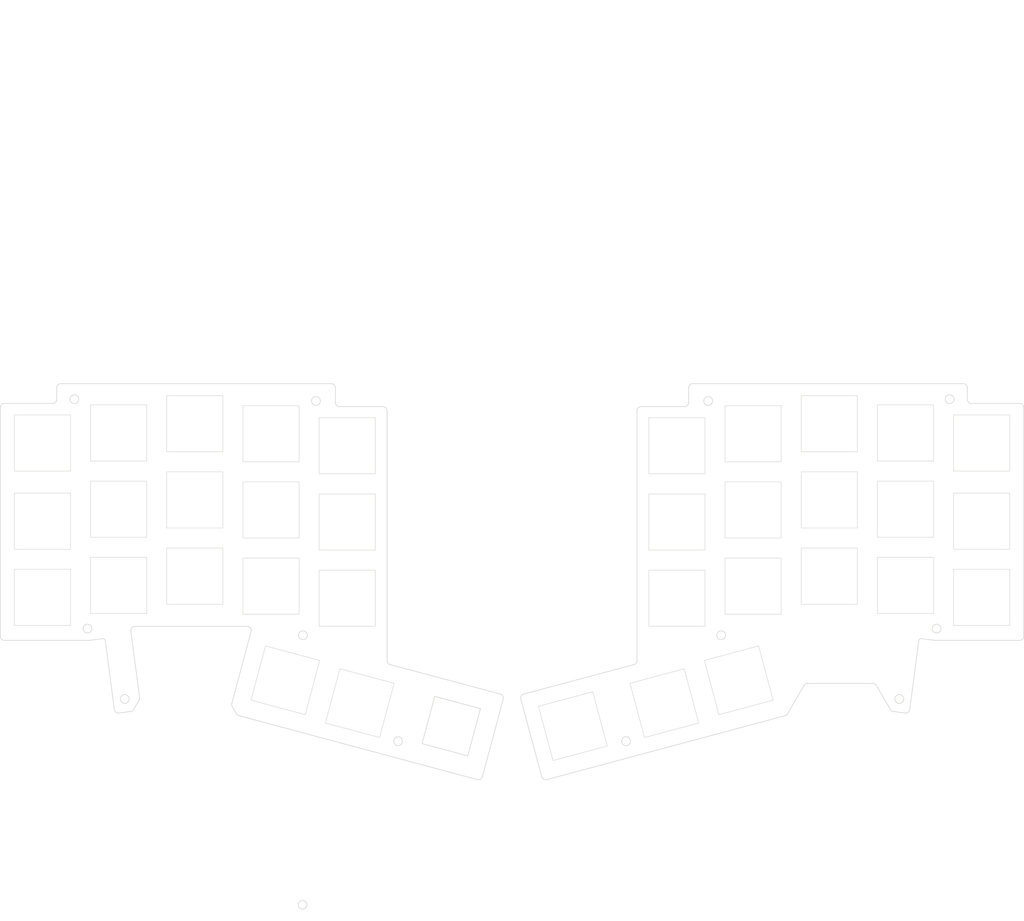
<source format=kicad_pcb>
(kicad_pcb (version 20221018) (generator pcbnew)
  (layers (0 "F.Cu" signal) (31 "B.Cu" signal) (34 "B.Paste" user) (35 "F.Paste" user) (36 "B.SilkS" user "B.Silkscreen") (37 "F.SilkS" user "F.Silkscreen") (38 "B.Mask" user) (39 "F.Mask" user) (44 "Edge.Cuts" user))
  (net 0 "")
  (footprint "jw_custom_footprint:MountingHole_2.2mm_M2_cutout" (layer "F.Cu") (at 117.83548 144.733588)
    (fp_text reference "TH5" hide)
    (fp_text value "HOLE")
    (fp_circle (center 0 0) (end 1.1 0) (stroke (width 0.15)) (fill none) (layer "Edge.Cuts"))
  )
  (footprint "jw_custom_footprint:MountingHole_2.2mm_M2_cutout" (layer "F.Cu") (at 94.08648 118.317588)
    (fp_text reference "TH4" hide)
    (fp_text value "HOLE")
    (fp_circle (center 0 0) (end 1.1 0) (stroke (width 0.15)) (fill none) (layer "Edge.Cuts"))
  )
  (footprint "jw_custom_footprint:CherryMX_Hotswap_cutout_switch_plate" (layer "F.Cu") (at 108.264383 135.253389 -15)
    (fp_text reference "SW17" hide)
    (fp_text value "SW17")
    (fp_rect (start -7 -7) (end 7 7) (stroke (width 0.12)) (fill none) (layer "Edge.Cuts"))
  )
  (footprint "jw_custom_footprint:CherryMX_Hotswap_cutout_switch_plate" (layer "F.Cu") (at 86.13628 68.075628)
    (fp_text reference "SW4" hide)
    (fp_text value "SW4" hide)
    (fp_rect (start -7 -7) (end 7 7) (stroke (width 0.12)) (fill none) (layer "Edge.Cuts"))
  )
  (footprint "jw_custom_footprint:CherryMX_Hotswap_cutout_switch_plate" (layer "F.Cu") (at 86.13628 87.075588)
    (fp_text reference "SW9" hide)
    (fp_text value "SW9" hide)
    (fp_rect (start -7 -7) (end 7 7) (stroke (width 0.12)) (fill none) (layer "Edge.Cuts"))
  )
  (footprint "jw_custom_footprint:CherryMX_Hotswap_cutout_switch_plate" (layer "F.Cu") (at 89.710758 129.556528 -15)
    (fp_text reference "SW16" hide)
    (fp_text value "SW16")
    (fp_rect (start -7 -7) (end 7 7) (stroke (width 0.12)) (fill none) (layer "Edge.Cuts"))
  )
  (footprint "jw_custom_footprint:CherryMX_Hotswap_cutout_switch_plate" (layer "F.Cu") (at 86.13628 106.075988)
    (fp_text reference "SW14" hide)
    (fp_text value "SW14")
    (fp_rect (start -7 -7) (end 7 7) (stroke (width 0.12)) (fill none) (layer "Edge.Cuts"))
  )
  (footprint "jw_custom_footprint:CherryMX_Hotswap_cutout_switch_plate" (layer "F.Cu") (at 29.13648 70.375788)
    (fp_text reference "SW1" hide)
    (fp_text value "SW1")
    (fp_rect (start -7 -7) (end 7 7) (stroke (width 0.12)) (fill none) (layer "Edge.Cuts"))
  )
  (footprint "jw_custom_footprint:CherryMX_Hotswap_cutout_switch_plate" (layer "F.Cu") (at 105.135978 90.075988)
    (fp_text reference "SW10" hide)
    (fp_text value "SW10" hide)
    (fp_rect (start -7 -7) (end 7 7) (stroke (width 0.12)) (fill none) (layer "Edge.Cuts"))
  )
  (footprint "jw_custom_footprint:CherryMX_Hotswap_cutout_switch_plate" (layer "F.Cu") (at 105.135978 71.076188)
    (fp_text reference "SW5" hide)
    (fp_text value "SW5" hide)
    (fp_rect (start -7 -7) (end 7 7) (stroke (width 0.12)) (fill none) (layer "Edge.Cuts"))
  )
  (footprint "jw_custom_footprint:CherryMX_Hotswap_cutout_switch_plate" (layer "F.Cu") (at 29.13648 108.875588)
    (fp_text reference "SW11" hide)
    (fp_text value "SW11")
    (fp_rect (start -7 -7) (end 7 7) (stroke (width 0.12)) (fill none) (layer "Edge.Cuts"))
  )
  (footprint "jw_custom_footprint:MountingHole_2.2mm_M2_cutout" (layer "F.Cu") (at 40.36548 116.666588)
    (fp_text reference "TH3" hide)
    (fp_text value "HOLE")
    (fp_circle (center 0 0) (end 1.1 0) (stroke (width 0.15)) (fill none) (layer "Edge.Cuts"))
  )
  (footprint "jw_custom_footprint:CherryMX_Hotswap_cutout_switch_plate" (layer "F.Cu") (at 48.13668 105.875388)
    (fp_text reference "SW12" hide)
    (fp_text value "SW12")
    (fp_rect (start -7 -7) (end 7 7) (stroke (width 0.12)) (fill none) (layer "Edge.Cuts"))
  )
  (footprint "jw_custom_footprint:CherryMX_Hotswap_cutout_switch_plate" (layer "F.Cu") (at 48.13668 67.876188)
    (fp_text reference "SW2" hide)
    (fp_text value "SW2" hide)
    (fp_rect (start -7 -7) (end 7 7) (stroke (width 0.12)) (fill none) (layer "Edge.Cuts"))
  )
  (footprint "jw_custom_footprint:MountingHole_2.2mm_M2_cutout" (layer "F.Cu") (at 97.337507 59.887544)
    (fp_text reference "TH1" hide)
    (fp_text value "HOLE")
    (fp_circle (center 0 0) (end 1.1 0) (stroke (width 0.15)) (fill none) (layer "Edge.Cuts"))
  )
  (footprint "jw_custom_footprint:CherryMX_Hotswap_cutout_switch_plate" (layer "F.Cu") (at 29.13648 89.875188)
    (fp_text reference "SW6" hide)
    (fp_text value "SW6")
    (fp_rect (start -7 -7) (end 7 7) (stroke (width 0.12)) (fill none) (layer "Edge.Cuts"))
  )
  (footprint "jw_custom_footprint:CherryMX_Hotswap_cutout_switch_plate" (layer "F.Cu") (at 67.13608 65.575428)
    (fp_text reference "SW3" hide)
    (fp_text value "SW3" hide)
    (fp_rect (start -7 -7) (end 7 7) (stroke (width 0.12)) (fill none) (layer "Edge.Cuts"))
  )
  (footprint "jw_custom_footprint:MountingHole_2.2mm_M2_cutout" (layer "F.Cu") (at 94.022723 185.529064)
    (fp_text reference "TH6" hide)
    (fp_text value "HOLE")
    (fp_circle (center 0 0) (end 1.1 0) (stroke (width 0.15)) (fill none) (layer "Edge.Cuts"))
  )
  (footprint "jw_custom_footprint:MountingHole_2.2mm_M2_cutout" (layer "F.Cu") (at 37.08888 59.440388)
    (fp_text reference "TH2" hide)
    (fp_text value "HOLE")
    (fp_circle (center 0 0) (end 1.1 0) (stroke (width 0.15)) (fill none) (layer "Edge.Cuts"))
  )
  (footprint "jw_custom_footprint:MountingHole_2.2mm_M2_cutout" (layer "F.Cu") (at 49.66188 134.217988)
    (fp_text reference "TH6" hide)
    (fp_text value "HOLE")
    (fp_circle (center 0 0) (end 1.1 0) (stroke (width 0.15)) (fill none) (layer "Edge.Cuts"))
  )
  (footprint "jw_custom_footprint:CherryMX_Hotswap_cutout_switch_plate" (layer "F.Cu") (at 105.135978 109.075988)
    (fp_text reference "SW15" hide)
    (fp_text value "SW15")
    (fp_rect (start -7 -7) (end 7 7) (stroke (width 0.12)) (fill none) (layer "Edge.Cuts"))
  )
  (footprint "jw_custom_footprint:CherryMX_Hotswap_cutout_switch_plate" (layer "F.Cu") (at 67.13608 103.575588)
    (fp_text reference "SW13" hide)
    (fp_text value "SW13")
    (fp_rect (start -7 -7) (end 7 7) (stroke (width 0.12)) (fill none) (layer "Edge.Cuts"))
  )
  (footprint "jw_custom_footprint:RotaryEncoder_Alps_EC11E-Switch_Vertical_H20mm_cutout_switch_plate" (layer "F.Cu") (at 131.083157 140.983516 165)
    (fp_text reference "EC1" hide)
    (fp_text value "Rotary_Encoder_Switch")
    (fp_rect (start -5.9 -6.1) (end 5.9 6.1) (stroke (width 0.15)) (fill none) (layer "Edge.Cuts"))
  )
  (footprint "jw_custom_footprint:CherryMX_Hotswap_cutout_switch_plate" (layer "F.Cu") (at 67.13608 84.575388)
    (fp_text reference "SW8" hide)
    (fp_text value "SW8" hide)
    (fp_rect (start -7 -7) (end 7 7) (stroke (width 0.12)) (fill none) (layer "Edge.Cuts"))
  )
  (footprint "jw_custom_footprint:CherryMX_Hotswap_cutout_switch_plate" (layer "F.Cu") (at 48.13668 86.875788)
    (fp_text reference "SW7" hide)
    (fp_text value "SW7" hide)
    (fp_rect (start -7 -7) (end 7 7) (stroke (width 0.12)) (fill none) (layer "Edge.Cuts"))
  )
  (footprint "jw_custom_footprint:CherryMX_Hotswap_cutout_switch_plate" (layer "B.Cu") (at 263.354952 89.875188 180)
    (fp_text reference "SW6" hide)
    (fp_text value "SW6")
    (fp_rect (start -7 7) (end 7 -7) (stroke (width 0.12)) (fill none) (layer "Edge.Cuts"))
  )
  (footprint "jw_custom_footprint:MountingHole_2.2mm_M2_cutout" (layer "B.Cu") (at 255.402552 59.440388 180)
    (fp_text reference "TH2" hide)
    (fp_text value "HOLE")
    (fp_circle (center 0 0) (end 1.1 0) (stroke (width 0.15)) (fill none) (layer "Edge.Cuts"))
  )
  (footprint "jw_custom_footprint:CherryMX_Hotswap_cutout_switch_plate" (layer "B.Cu") (at 244.354752 67.876188 180)
    (fp_text reference "SW2" hide)
    (fp_text value "SW2" hide)
    (fp_rect (start -7 7) (end 7 -7) (stroke (width 0.12)) (fill none) (layer "Edge.Cuts"))
  )
  (footprint "jw_custom_footprint:CherryMX_Hotswap_cutout_switch_plate" (layer "B.Cu") (at 187.355454 90.075988 180)
    (fp_text reference "SW10" hide)
    (fp_text value "SW10" hide)
    (fp_rect (start -7 7) (end 7 -7) (stroke (width 0.12)) (fill none) (layer "Edge.Cuts"))
  )
  (footprint "jw_custom_footprint:MountingHole_2.2mm_M2_cutout" (layer "B.Cu") (at 174.655952 144.733588 180)
    (fp_text reference "TH5" hide)
    (fp_text value "HOLE")
    (fp_circle (center 0 0) (end 1.1 0) (stroke (width 0.15)) (fill none) (layer "Edge.Cuts"))
  )
  (footprint "jw_custom_footprint:CherryMX_Hotswap_cutout_switch_plate" (layer "B.Cu") (at 187.355454 109.075988 180)
    (fp_text reference "SW15" hide)
    (fp_text value "SW15")
    (fp_rect (start -7 7) (end 7 -7) (stroke (width 0.12)) (fill none) (layer "Edge.Cuts"))
  )
  (footprint "jw_custom_footprint:MountingHole_2.2mm_M2_cutout" (layer "B.Cu") (at 242.829552 134.217988 180)
    (fp_text reference "TH6" hide)
    (fp_text value "HOLE")
    (fp_circle (center 0 0) (end 1.1 0) (stroke (width 0.15)) (fill none) (layer "Edge.Cuts"))
  )
  (footprint "jw_custom_footprint:CherryMX_Hotswap_cutout_switch_plate" (layer "B.Cu") (at 206.355152 106.075988 180)
    (fp_text reference "SW14" hide)
    (fp_text value "SW14")
    (fp_rect (start -7 7) (end 7 -7) (stroke (width 0.12)) (fill none) (layer "Edge.Cuts"))
  )
  (footprint "jw_custom_footprint:CherryMX_Hotswap_cutout_switch_plate" (layer "B.Cu") (at 225.355352 103.575588 180)
    (fp_text reference "SW13" hide)
    (fp_text value "SW13")
    (fp_rect (start -7 7) (end 7 -7) (stroke (width 0.12)) (fill none) (layer "Edge.Cuts"))
  )
  (footprint "jw_custom_footprint:CherryMX_Hotswap_cutout_switch_plate" (layer "B.Cu") (at 244.354752 86.875788 180)
    (fp_text reference "SW7" hide)
    (fp_text value "SW7" hide)
    (fp_rect (start -7 7) (end 7 -7) (stroke (width 0.12)) (fill none) (layer "Edge.Cuts"))
  )
  (footprint "jw_custom_footprint:CherryMX_Hotswap_cutout_switch_plate" (layer "B.Cu") (at 161.408275 140.983516 -165)
    (fp_text reference "SW18" hide)
    (fp_text value "SW18")
    (fp_rect (start -7 7) (end 7 -7) (stroke (width 0.12)) (fill none) (layer "Edge.Cuts"))
  )
  (footprint "jw_custom_footprint:CherryMX_Hotswap_cutout_switch_plate" (layer "B.Cu") (at 184.227049 135.253389 -165)
    (fp_text reference "SW17" hide)
    (fp_text value "SW17")
    (fp_rect (start -7 7) (end 7 -7) (stroke (width 0.12)) (fill none) (layer "Edge.Cuts"))
  )
  (footprint "jw_custom_footprint:CherryMX_Hotswap_cutout_switch_plate" (layer "B.Cu") (at 263.354952 108.875588 180)
    (fp_text reference "SW11" hide)
    (fp_text value "SW11")
    (fp_rect (start -7 7) (end 7 -7) (stroke (width 0.12)) (fill none) (layer "Edge.Cuts"))
  )
  (footprint "jw_custom_footprint:CherryMX_Hotswap_cutout_switch_plate" (layer "B.Cu") (at 206.355152 68.075628 180)
    (fp_text reference "SW4" hide)
    (fp_text value "SW4" hide)
    (fp_rect (start -7 7) (end 7 -7) (stroke (width 0.12)) (fill none) (layer "Edge.Cuts"))
  )
  (footprint "jw_custom_footprint:MountingHole_2.2mm_M2_cutout" (layer "B.Cu") (at 198.404952 118.317588 180)
    (fp_text reference "TH4" hide)
    (fp_text value "HOLE")
    (fp_circle (center 0 0) (end 1.1 0) (stroke (width 0.15)) (fill none) (layer "Edge.Cuts"))
  )
  (footprint "jw_custom_footprint:CherryMX_Hotswap_cutout_switch_plate" (layer "B.Cu") (at 225.355352 84.575388 180)
    (fp_text reference "SW8" hide)
    (fp_text value "SW8" hide)
    (fp_rect (start -7 7) (end 7 -7) (stroke (width 0.12)) (fill none) (layer "Edge.Cuts"))
  )
  (footprint "jw_custom_footprint:MountingHole_2.2mm_M2_cutout" (layer "B.Cu") (at 252.125952 116.666588 180)
    (fp_text reference "TH3" hide)
    (fp_text value "HOLE")
    (fp_circle (center 0 0) (end 1.1 0) (stroke (width 0.15)) (fill none) (layer "Edge.Cuts"))
  )
  (footprint "jw_custom_footprint:CherryMX_Hotswap_cutout_switch_plate" (layer "B.Cu") (at 206.355152 87.075588 180)
    (fp_text reference "SW9" hide)
    (fp_text value "SW9" hide)
    (fp_rect (start -7 7) (end 7 -7) (stroke (width 0.12)) (fill none) (layer "Edge.Cuts"))
  )
  (footprint "jw_custom_footprint:CherryMX_Hotswap_cutout_switch_plate" (layer "B.Cu") (at 187.355454 71.076188 180)
    (fp_text reference "SW5" hide)
    (fp_text value "SW5" hide)
    (fp_rect (start -7 7) (end 7 -7) (stroke (width 0.12)) (fill none) (layer "Edge.Cuts"))
  )
  (footprint "jw_custom_footprint:CherryMX_Hotswap_cutout_switch_plate" (layer "B.Cu") (at 263.354952 70.375788 180)
    (fp_text reference "SW1" hide)
    (fp_text value "SW1")
    (fp_rect (start -7 7) (end 7 -7) (stroke (width 0.12)) (fill none) (layer "Edge.Cuts"))
  )
  (footprint "jw_custom_footprint:CherryMX_Hotswap_cutout_switch_plate" (layer "B.Cu") (at 225.355352 65.575428 180)
    (fp_text reference "SW3" hide)
    (fp_text value "SW3" hide)
    (fp_rect (start -7 7) (end 7 -7) (stroke (width 0.12)) (fill none) (layer "Edge.Cuts"))
  )
  (footprint "jw_custom_footprint:CherryMX_Hotswap_cutout_switch_plate" (layer "B.Cu") (at 202.780674 129.556528 -165)
    (fp_text reference "SW16" hide)
    (fp_text value "SW16")
    (fp_rect (start -7 7) (end 7 -7) (stroke (width 0.12)) (fill none) (layer "Edge.Cuts"))
  )
  (footprint "jw_custom_footprint:MountingHole_2.2mm_M2_cutout" (layer "B.Cu") (at 195.153925 59.887544 180)
    (fp_text reference "TH1" hide)
    (fp_text value "HOLE")
    (fp_circle (center 0 0) (end 1.1 0) (stroke (width 0.15)) (fill none) (layer "Edge.Cuts"))
  )
  (footprint "jw_custom_footprint:CherryMX_Hotswap_cutout_switch_plate" (layer "B.Cu") (at 244.354752 105.875388 180)
    (fp_text reference "SW12" hide)
    (fp_text value "SW12")
    (fp_rect (start -7 7) (end 7 -7) (stroke (width 0.12)) (fill none) (layer "Edge.Cuts"))
  )
  (gr_line (start 244.302752 137.723188) (end 241.334185 137.329996) (stroke (width 0.15)) (layer "Edge.Cuts"))
  (gr_line (start 102.200661 56.589088) (end 102.200661 60.304694) (stroke (width 0.15)) (layer "Edge.Cuts"))
  (gr_arc (start 154.865983 154.335581) (mid 154.107159 154.235661) (end 153.641237 153.628474) (stroke (width 0.15)) (layer "Edge.Cuts"))
  (gr_arc (start 76.461669 136.063427) (mid 76.337256 135.694809) (end 76.362922 135.306609) (stroke (width 0.15)) (layer "Edge.Cuts"))
  (gr_arc (start 219.05472 130.825853) (mid 219.420458 130.462513) (end 219.918574 130.329594) (stroke (width 0.15)) (layer "Edge.Cuts"))
  (gr_arc (start 138.850195 153.628474) (mid 138.384241 154.235606) (end 137.625449 154.335581) (stroke (width 0.15)) (layer "Edge.Cuts"))
  (gr_arc (start 53.362394 133.871346) (mid 53.351312 134.19909) (end 53.234798 134.505624) (stroke (width 0.15)) (layer "Edge.Cuts"))
  (gr_line (start 236.22429 130.329594) (end 219.918574 130.329594) (stroke (width 0.15)) (layer "Edge.Cuts"))
  (gr_arc (start 251.683412 119.587594) (mid 251.618044 119.585456) (end 251.552955 119.579048) (stroke (width 0.15)) (layer "Edge.Cuts"))
  (gr_line (start 153.641237 153.628474) (end 148.443152 134.217988) (stroke (width 0.15)) (layer "Edge.Cuts"))
  (gr_arc (start 78.129539 138.378367) (mid 77.779666 138.205806) (end 77.522474 137.912479) (stroke (width 0.15)) (layer "Edge.Cuts"))
  (gr_arc (start 143.341173 132.993242) (mid 143.948369 133.45918) (end 144.04828 134.217988) (stroke (width 0.15)) (layer "Edge.Cuts"))
  (gr_line (start 51.148682 137.313235) (end 48.18868 137.723188) (stroke (width 0.15)) (layer "Edge.Cuts"))
  (gr_line (start 101.200661 55.589088) (end 33.708176 55.589088) (stroke (width 0.15)) (layer "Edge.Cuts"))
  (gr_line (start 53.234798 134.505624) (end 51.881667 136.826011) (stroke (width 0.15)) (layer "Edge.Cuts"))
  (gr_arc (start 247.679049 119.674739) (mid 247.908565 119.276854) (end 248.352217 119.157889) (stroke (width 0.15)) (layer "Edge.Cuts"))
  (gr_line (start 137.625449 154.335581) (end 78.129539 138.378367) (stroke (width 0.15)) (layer "Edge.Cuts"))
  (gr_arc (start 40.938477 119.579048) (mid 40.873388 119.585454) (end 40.80802 119.587594) (stroke (width 0.15)) (layer "Edge.Cuts"))
  (gr_arc (start 241.334185 137.329996) (mid 240.911219 137.17135) (end 240.6012 136.842772) (stroke (width 0.15)) (layer "Edge.Cuts"))
  (gr_arc (start 177.405101 124.662078) (mid 177.198388 125.270941) (end 176.66369 125.628065) (stroke (width 0.15)) (layer "Edge.Cuts"))
  (gr_line (start 190.290771 60.304694) (end 190.290771 56.589088) (stroke (width 0.15)) (layer "Edge.Cuts"))
  (gr_arc (start 101.200661 55.589088) (mid 101.907749 55.881993) (end 102.200661 56.589088) (stroke (width 0.15)) (layer "Edge.Cuts"))
  (gr_arc (start 32.708176 59.507794) (mid 32.415286 60.214918) (end 31.708176 60.507794) (stroke (width 0.15)) (layer "Edge.Cuts"))
  (gr_arc (start 177.405101 62.304694) (mid 177.697994 61.597586) (end 178.405101 61.304694) (stroke (width 0.15)) (layer "Edge.Cuts"))
  (gr_arc (start 51.881667 136.826011) (mid 51.570401 137.152708) (end 51.148682 137.313235) (stroke (width 0.15)) (layer "Edge.Cuts"))
  (gr_line (start 259.783256 56.589088) (end 259.783256 59.507794) (stroke (width 0.15)) (layer "Edge.Cuts"))
  (gr_arc (start 258.783256 55.589088) (mid 259.490396 55.881964) (end 259.783256 56.589088) (stroke (width 0.15)) (layer "Edge.Cuts"))
  (gr_line (start 19.62308 60.507794) (end 31.708176 60.507794) (stroke (width 0.15)) (layer "Edge.Cuts"))
  (gr_line (start 251.552955 119.579048) (end 248.352217 119.157889) (stroke (width 0.15)) (layer "Edge.Cuts"))
  (gr_line (start 245.424904 136.861868) (end 247.679049 119.674739) (stroke (width 0.15)) (layer "Edge.Cuts"))
  (gr_line (start 143.341173 132.993242) (end 115.827742 125.628065) (stroke (width 0.15)) (layer "Edge.Cuts"))
  (gr_line (start 32.708176 59.507794) (end 32.708176 56.589088) (stroke (width 0.15)) (layer "Edge.Cuts"))
  (gr_line (start 51.173752 117.246953) (end 53.362394 133.871346) (stroke (width 0.15)) (layer "Edge.Cuts"))
  (gr_line (start 214.361893 138.378367) (end 154.865983 154.335581) (stroke (width 0.15)) (layer "Edge.Cuts"))
  (gr_arc (start 236.22429 130.329594) (mid 236.723289 130.462983) (end 237.089152 130.827584) (stroke (width 0.15)) (layer "Edge.Cuts"))
  (gr_arc (start 80.20169 116.116427) (mid 80.995051 116.50766) (end 81.167616 117.375246) (stroke (width 0.15)) (layer "Edge.Cuts"))
  (gr_arc (start 115.827742 125.628065) (mid 115.293055 125.270933) (end 115.086331 124.662078) (stroke (width 0.15)) (layer "Edge.Cuts"))
  (gr_arc (start 190.290771 56.589088) (mid 190.583664 55.881973) (end 191.290771 55.589088) (stroke (width 0.15)) (layer "Edge.Cuts"))
  (gr_arc (start 214.968958 137.912479) (mid 214.711764 138.205803) (end 214.361893 138.378367) (stroke (width 0.15)) (layer "Edge.Cuts"))
  (gr_line (start 115.086331 62.304694) (end 115.086331 124.662078) (stroke (width 0.15)) (layer "Edge.Cuts"))
  (gr_line (start 44.812383 119.674739) (end 47.066528 136.861868) (stroke (width 0.15)) (layer "Edge.Cuts"))
  (gr_arc (start 260.783256 60.507794) (mid 260.07618 60.214884) (end 259.783256 59.507794) (stroke (width 0.15)) (layer "Edge.Cuts"))
  (gr_arc (start 32.708176 56.589088) (mid 33.001074 55.882002) (end 33.708176 55.589088) (stroke (width 0.15)) (layer "Edge.Cuts"))
  (gr_line (start 251.683412 119.587594) (end 272.868352 119.587588) (stroke (width 0.15)) (layer "Edge.Cuts"))
  (gr_arc (start 245.424904 136.861868) (mid 245.042269 137.524985) (end 244.302752 137.723188) (stroke (width 0.15)) (layer "Edge.Cuts"))
  (gr_line (start 189.290771 61.304694) (end 178.405101 61.304694) (stroke (width 0.15)) (layer "Edge.Cuts"))
  (gr_line (start 258.783256 55.589088) (end 191.290771 55.589088) (stroke (width 0.15)) (layer "Edge.Cuts"))
  (gr_arc (start 51.173752 117.246953) (mid 51.413353 116.457077) (end 52.165196 116.116427) (stroke (width 0.15)) (layer "Edge.Cuts"))
  (gr_line (start 273.868352 118.587588) (end 273.868352 61.507794) (stroke (width 0.15)) (layer "Edge.Cuts"))
  (gr_line (start 76.362922 135.306609) (end 81.167616 117.375246) (stroke (width 0.15)) (layer "Edge.Cuts"))
  (gr_line (start 240.6012 136.842772) (end 237.089152 130.827584) (stroke (width 0.15)) (layer "Edge.Cuts"))
  (gr_line (start 176.66369 125.628065) (end 149.150259 132.993242) (stroke (width 0.15)) (layer "Edge.Cuts"))
  (gr_arc (start 273.868352 118.587588) (mid 273.575464 119.294716) (end 272.868352 119.587588) (stroke (width 0.15)) (layer "Edge.Cuts"))
  (gr_line (start 144.04828 134.217988) (end 138.850195 153.628474) (stroke (width 0.15)) (layer "Edge.Cuts"))
  (gr_arc (start 19.62308 119.587588) (mid 18.916006 119.294677) (end 18.62308 118.587588) (stroke (width 0.15)) (layer "Edge.Cuts"))
  (gr_line (start 114.086331 61.304694) (end 103.200661 61.304694) (stroke (width 0.15)) (layer "Edge.Cuts"))
  (gr_line (start 260.783256 60.507794) (end 272.868352 60.507794) (stroke (width 0.15)) (layer "Edge.Cuts"))
  (gr_line (start 18.62308 61.507794) (end 18.62308 118.587588) (stroke (width 0.15)) (layer "Edge.Cuts"))
  (gr_line (start 44.139215 119.157889) (end 40.938477 119.579048) (stroke (width 0.15)) (layer "Edge.Cuts"))
  (gr_arc (start 18.62308 61.507794) (mid 18.91597 60.80067) (end 19.62308 60.507794) (stroke (width 0.15)) (layer "Edge.Cuts"))
  (gr_arc (start 114.086331 61.304694) (mid 114.793436 61.597588) (end 115.086331 62.304694) (stroke (width 0.15)) (layer "Edge.Cuts"))
  (gr_arc (start 48.18868 137.723188) (mid 47.449124 137.525035) (end 47.066528 136.861868) (stroke (width 0.15)) (layer "Edge.Cuts"))
  (gr_line (start 177.405101 124.662078) (end 177.405101 62.304694) (stroke (width 0.15)) (layer "Edge.Cuts"))
  (gr_arc (start 148.443152 134.217988) (mid 148.543084 133.459193) (end 149.150259 132.993242) (stroke (width 0.15)) (layer "Edge.Cuts"))
  (gr_line (start 19.62308 119.587588) (end 40.80802 119.587594) (stroke (width 0.15)) (layer "Edge.Cuts"))
  (gr_arc (start 190.290771 60.304694) (mid 189.997911 61.011854) (end 189.290771 61.304694) (stroke (width 0.15)) (layer "Edge.Cuts"))
  (gr_arc (start 103.200661 61.304694) (mid 102.493568 61.011806) (end 102.200661 60.304694) (stroke (width 0.15)) (layer "Edge.Cuts"))
  (gr_line (start 80.20169 116.116427) (end 52.165196 116.116427) (stroke (width 0.15)) (layer "Edge.Cuts"))
  (gr_line (start 214.968958 137.912479) (end 219.05472 130.825853) (stroke (width 0.15)) (layer "Edge.Cuts"))
  (gr_line (start 76.461669 136.063427) (end 77.522474 137.912479) (stroke (width 0.15)) (layer "Edge.Cuts"))
  (gr_arc (start 272.868352 60.507794) (mid 273.575428 60.800704) (end 273.868352 61.507794) (stroke (width 0.15)) (layer "Edge.Cuts"))
  (gr_arc (start 44.139215 119.157889) (mid 44.582849 119.276877) (end 44.812383 119.674739) (stroke (width 0.15)) (layer "Edge.Cuts"))
)
</source>
